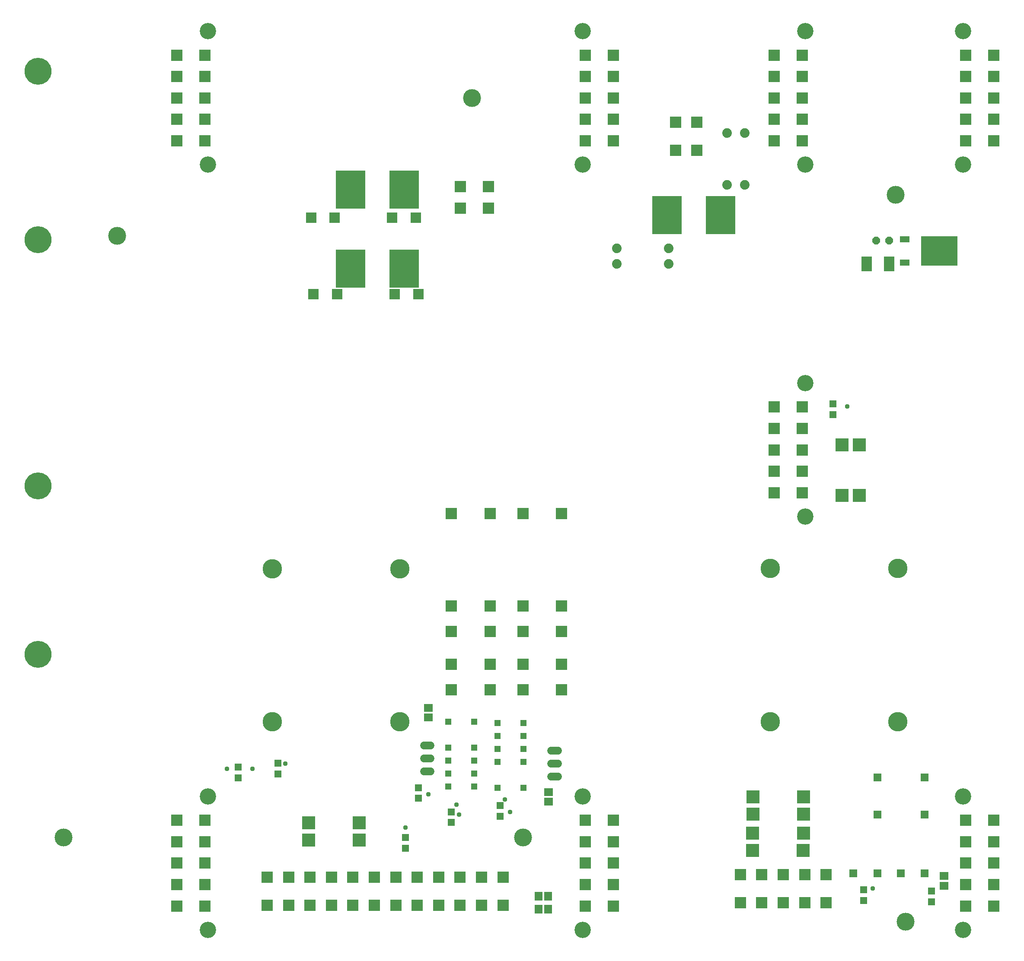
<source format=gbl>
G04 EAGLE Gerber RS-274X export*
G75*
%MOMM*%
%FSLAX34Y34*%
%LPD*%
%INSoldermask Top*%
%IPPOS*%
%AMOC8*
5,1,8,0,0,1.08239X$1,22.5*%
G01*
%ADD10C,5.283200*%
%ADD11R,2.303200X2.303200*%
%ADD12C,3.203200*%
%ADD13R,1.403200X1.403200*%
%ADD14R,2.203200X2.203200*%
%ADD15R,1.311200X1.311200*%
%ADD16R,2.603200X2.603200*%
%ADD17R,1.611200X1.611200*%
%ADD18C,1.524000*%
%ADD19R,1.703200X1.503200*%
%ADD20R,5.803200X7.433200*%
%ADD21C,3.503200*%
%ADD22C,3.803200*%
%ADD23R,2.153200X2.153200*%
%ADD24C,1.879600*%
%ADD25R,1.503200X1.703200*%
%ADD26R,1.921100X1.177100*%
%ADD27R,7.204100X5.747100*%
%ADD28R,2.003200X2.903200*%
%ADD29P,1.649562X8X22.500000*%
%ADD30C,0.959600*%


D10*
X100000Y559200D03*
X100000Y1372000D03*
X100000Y889400D03*
X100000Y1702200D03*
D11*
X372500Y1566000D03*
X372500Y1608000D03*
X372500Y1650000D03*
X372500Y1692000D03*
X372500Y1734000D03*
X427500Y1692000D03*
X427500Y1734000D03*
X427500Y1650000D03*
X427500Y1608000D03*
X427500Y1566000D03*
D12*
X433100Y1519000D03*
X433100Y1781000D03*
D11*
X372500Y66000D03*
X372500Y108000D03*
X372500Y150000D03*
X372500Y192000D03*
X372500Y234000D03*
X427500Y192000D03*
X427500Y234000D03*
X427500Y150000D03*
X427500Y108000D03*
X427500Y66000D03*
D12*
X433100Y19000D03*
X433100Y281000D03*
D11*
X1972500Y1734000D03*
X1972500Y1692000D03*
X1972500Y1650000D03*
X1972500Y1608000D03*
X1972500Y1566000D03*
X1917500Y1608000D03*
X1917500Y1566000D03*
X1917500Y1650000D03*
X1917500Y1692000D03*
X1917500Y1734000D03*
D12*
X1911900Y1781000D03*
X1911900Y1519000D03*
D11*
X1972500Y234000D03*
X1972500Y192000D03*
X1972500Y150000D03*
X1972500Y108000D03*
X1972500Y66000D03*
X1917500Y108000D03*
X1917500Y66000D03*
X1917500Y150000D03*
X1917500Y192000D03*
X1917500Y234000D03*
D12*
X1911900Y281000D03*
X1911900Y19000D03*
D11*
X1227500Y1734000D03*
X1227500Y1692000D03*
X1227500Y1650000D03*
X1227500Y1608000D03*
X1227500Y1566000D03*
X1172500Y1608000D03*
X1172500Y1566000D03*
X1172500Y1650000D03*
X1172500Y1692000D03*
X1172500Y1734000D03*
D12*
X1166900Y1781000D03*
X1166900Y1519000D03*
D11*
X1227500Y234000D03*
X1227500Y192000D03*
X1227500Y150000D03*
X1227500Y108000D03*
X1227500Y66000D03*
X1172500Y108000D03*
X1172500Y66000D03*
X1172500Y150000D03*
X1172500Y192000D03*
X1172500Y234000D03*
D12*
X1166900Y281000D03*
X1166900Y19000D03*
D11*
X1542500Y1566000D03*
X1542500Y1608000D03*
X1542500Y1650000D03*
X1542500Y1692000D03*
X1542500Y1734000D03*
X1597500Y1692000D03*
X1597500Y1734000D03*
X1597500Y1650000D03*
X1597500Y1608000D03*
X1597500Y1566000D03*
D12*
X1603100Y1519000D03*
X1603100Y1781000D03*
D11*
X1542500Y876000D03*
X1542500Y918000D03*
X1542500Y960000D03*
X1542500Y1002000D03*
X1542500Y1044000D03*
X1597500Y1002000D03*
X1597500Y1044000D03*
X1597500Y960000D03*
X1597500Y918000D03*
X1597500Y876000D03*
D12*
X1603100Y829000D03*
X1603100Y1091000D03*
D13*
X570000Y345500D03*
X570000Y324500D03*
X1657500Y1050500D03*
X1657500Y1029500D03*
D11*
X549000Y122500D03*
X591000Y122500D03*
X633000Y122500D03*
X675000Y122500D03*
X717000Y122500D03*
X759000Y122500D03*
X801000Y122500D03*
X843000Y122500D03*
X885000Y122500D03*
X927000Y122500D03*
X969000Y122500D03*
X549000Y67500D03*
X591000Y67500D03*
X633000Y67500D03*
X675000Y67500D03*
X717000Y67500D03*
X759000Y67500D03*
X801000Y67500D03*
X843000Y67500D03*
X885000Y67500D03*
X927000Y67500D03*
X1011000Y122500D03*
X969000Y67500D03*
X1011000Y67500D03*
D14*
X1126000Y835000D03*
X1050000Y835000D03*
X1050000Y654500D03*
X1050000Y604500D03*
X1126000Y654500D03*
X1126000Y539500D03*
X1050000Y539500D03*
X1126000Y604500D03*
X1126000Y489500D03*
X1050000Y489500D03*
X986000Y835000D03*
X910000Y835000D03*
X910000Y654500D03*
X910000Y604500D03*
X986000Y654500D03*
X986000Y539500D03*
X910000Y539500D03*
X986000Y604500D03*
X986000Y489500D03*
X910000Y489500D03*
D15*
X1000000Y297500D03*
X1050800Y297500D03*
X1000000Y348300D03*
X1000000Y373700D03*
X1000000Y399100D03*
X1000000Y424500D03*
X1050800Y424500D03*
X1050800Y399100D03*
X1050800Y373700D03*
X1050800Y348300D03*
X955000Y427500D03*
X904200Y427500D03*
X955000Y376700D03*
X955000Y351300D03*
X955000Y325900D03*
X955000Y300500D03*
X904200Y300500D03*
X904200Y325900D03*
X904200Y351300D03*
X904200Y376700D03*
D13*
X492500Y338000D03*
X492500Y317000D03*
X1717500Y98000D03*
X1717500Y77000D03*
X1005000Y242000D03*
X1005000Y263000D03*
X910000Y229500D03*
X910000Y250500D03*
X845000Y298000D03*
X845000Y277000D03*
D16*
X1600000Y246000D03*
X1600000Y280000D03*
X1500600Y246000D03*
X1500800Y280000D03*
D17*
X1697500Y130000D03*
X1744500Y130000D03*
X1744500Y245000D03*
X1744500Y318000D03*
D11*
X982500Y1476000D03*
X982500Y1434000D03*
X927500Y1434000D03*
X927500Y1476000D03*
X1476000Y127500D03*
X1518000Y127500D03*
X1560000Y127500D03*
X1602000Y127500D03*
X1644000Y127500D03*
X1602000Y72500D03*
X1644000Y72500D03*
X1560000Y72500D03*
X1518000Y72500D03*
X1476000Y72500D03*
D16*
X1500000Y209000D03*
X1500000Y175000D03*
X1599400Y209000D03*
X1599200Y175000D03*
X630000Y229000D03*
X630000Y195000D03*
X729400Y229000D03*
X729200Y195000D03*
D18*
X1105696Y370400D02*
X1118904Y370400D01*
X1118904Y319600D02*
X1105696Y319600D01*
X1105696Y345000D02*
X1118904Y345000D01*
D11*
X1391000Y1547500D03*
X1349000Y1547500D03*
X1349000Y1602500D03*
X1391000Y1602500D03*
D13*
X1850000Y95500D03*
X1850000Y74500D03*
D19*
X1875000Y124500D03*
X1875000Y105500D03*
D17*
X1790000Y130000D03*
X1837000Y130000D03*
X1837000Y245000D03*
X1837000Y318000D03*
D20*
X817500Y1470000D03*
X712500Y1470000D03*
D21*
X1800000Y35000D03*
X950000Y1650000D03*
X150000Y200000D03*
X255000Y1380000D03*
X1780000Y1460000D03*
D22*
X559100Y427000D03*
X559100Y727000D03*
X809100Y427000D03*
X809100Y727000D03*
X1534300Y427500D03*
X1534300Y727500D03*
X1784300Y427500D03*
X1784300Y727500D03*
D20*
X712500Y1315000D03*
X817500Y1315000D03*
D21*
X1050000Y200000D03*
D23*
X840000Y1415000D03*
X681000Y1415000D03*
X794000Y1415000D03*
X635000Y1415000D03*
X640000Y1265000D03*
X799000Y1265000D03*
X686000Y1265000D03*
X845000Y1265000D03*
D24*
X1485000Y1479200D03*
X1485000Y1580800D03*
X1450000Y1479200D03*
X1450000Y1580800D03*
X1335800Y1355000D03*
X1234200Y1355000D03*
X1335800Y1325000D03*
X1234200Y1325000D03*
D20*
X1332500Y1420000D03*
X1437500Y1420000D03*
D25*
X1080500Y60000D03*
X1099500Y60000D03*
X1080500Y85000D03*
X1099500Y85000D03*
D18*
X869304Y329600D02*
X856096Y329600D01*
X856096Y380400D02*
X869304Y380400D01*
X869304Y355000D02*
X856096Y355000D01*
D13*
X820000Y200500D03*
X820000Y179500D03*
D19*
X1100000Y270500D03*
X1100000Y289500D03*
X865000Y454500D03*
X865000Y435500D03*
D16*
X1709000Y970000D03*
X1675000Y970000D03*
X1709000Y870600D03*
X1675000Y870800D03*
D26*
X1797959Y1372800D03*
X1797959Y1327200D03*
D27*
X1865626Y1350000D03*
D28*
X1723000Y1325000D03*
X1767000Y1325000D03*
D29*
X1742300Y1370000D03*
X1767700Y1370000D03*
D30*
X585000Y345000D03*
X1685000Y1045000D03*
X470000Y335000D03*
X920000Y265000D03*
X520000Y335000D03*
X1735000Y100000D03*
X1015000Y275000D03*
X1025000Y250000D03*
X925000Y245000D03*
X865000Y285000D03*
X820000Y220000D03*
M02*

</source>
